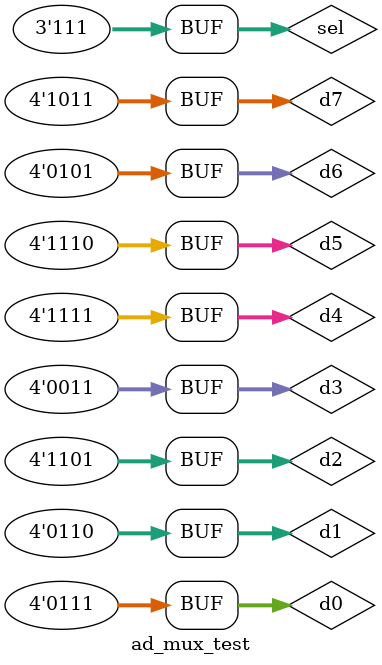
<source format=v>
`timescale 1ns / 1ps


module ad_mux_test;

	// Inputs
	reg [3:0] d7;
	reg [3:0] d6;
	reg [3:0] d5;
	reg [3:0] d4;
	reg [3:0] d3;
	reg [3:0] d2;
	reg [3:0] d1;
	reg [3:0] d0;
	reg [2:0] sel;

	// Outputs
	wire [3:0] Y;

	// Instantiate the Unit Under Test (UUT)
	ad_mux uut (
		.d7(d7), 
		.d6(d6), 
		.d5(d5), 
		.d4(d4), 
		.d3(d3), 
		.d2(d2), 
		.d1(d1), 
		.d0(d0), 
		.sel(sel), 
		.Y(Y)
	);

	initial begin
		// Initialize Inputs
		d7 = 0011;
		d6 = 0101;
		d5 = 0110;
		d4 = 0111;
		d3 = 1011;
		d2 = 1101;
		d1 = 1110;
		d0 = 1111;
		sel = 000;

		// Wait 100 ns for global reset to finish
		#100;
		sel = 000;
		#10;
		sel = 001;
		#10;
		sel = 010;
		#10;
		sel = 011;
		#10;
		sel = 100;
		#10;
		sel = 101;
		#10;
		sel = 110;
		#10;
		sel = 111;
		#10;
		sel = 000;
		#10;
		sel = 001;
		#10;
		sel = 010;
		#10;
		sel = 011;
		#10;
		sel = 100;
		#10;
		sel = 101;
		#10;
		sel = 110;
		#10;
		sel = 111;
		#10;
		sel = 000;
		#10;
		sel = 001;
		#10;
		sel = 010;
		#10;
		sel = 011;
		#10;
		sel = 100;
		#10;
		sel = 101;
		#10;
		sel = 110;
		#10;
		sel = 111;
		#10;
	end
      
endmodule


</source>
